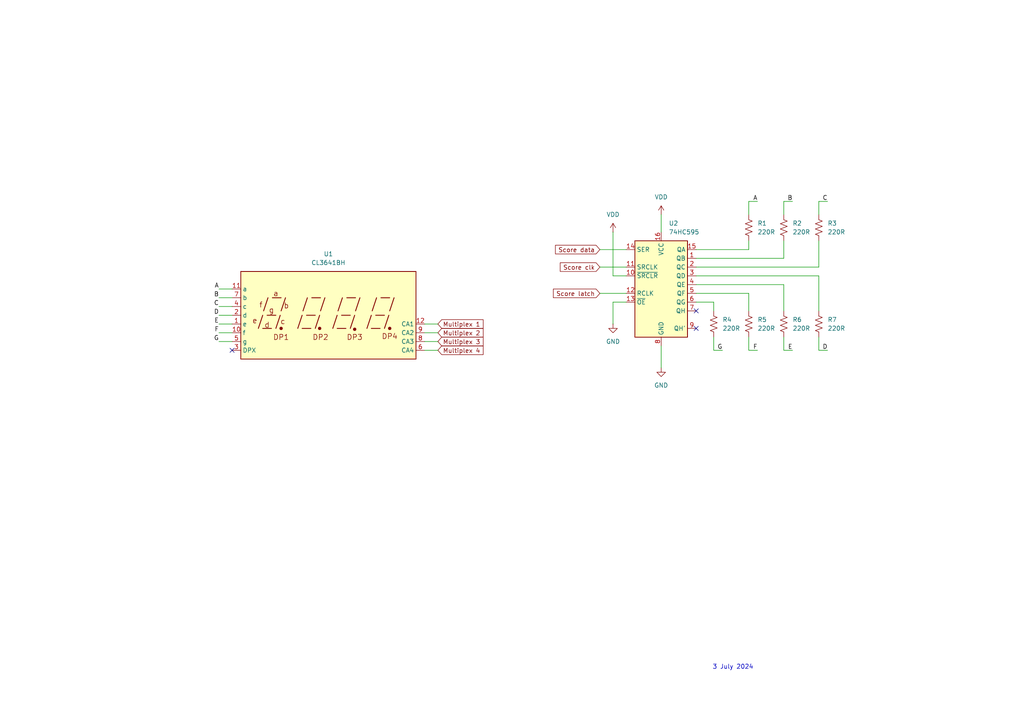
<source format=kicad_sch>
(kicad_sch (version 20231120) (generator "eeschema") (generator_version "8.0")
  (paper "A4")
  (lib_symbols
    (symbol "74xx:74HC595"
      (property "Reference" "U" (at -7.62 13.97 0))
      (property "Value" "74HC595" (at -7.62 -16.51 0))
      (symbol "74HC595_1_0"
        (pin tri_state line (at 10.16 7.62 180) (length 2.54) (name "QB") (number "1"))
        (pin input line (at -10.16 2.54 0) (length 2.54) (name "~{SRCLR}") (number "10"))
        (pin input line (at -10.16 5.08 0) (length 2.54) (name "SRCLK") (number "11"))
        (pin input line (at -10.16 -2.54 0) (length 2.54) (name "RCLK") (number "12"))
        (pin input line (at -10.16 -5.08 0) (length 2.54) (name "~{OE}") (number "13"))
        (pin input line (at -10.16 10.16 0) (length 2.54) (name "SER") (number "14"))
        (pin tri_state line (at 10.16 10.16 180) (length 2.54) (name "QA") (number "15"))
        (pin power_in line (at 0 15.24 270) (length 2.54) (name "VCC") (number "16"))
        (pin tri_state line (at 10.16 5.08 180) (length 2.54) (name "QC") (number "2"))
        (pin tri_state line (at 10.16 2.54 180) (length 2.54) (name "QD") (number "3"))
        (pin tri_state line (at 10.16 0 180) (length 2.54) (name "QE") (number "4"))
        (pin tri_state line (at 10.16 -2.54 180) (length 2.54) (name "QF") (number "5"))
        (pin tri_state line (at 10.16 -5.08 180) (length 2.54) (name "QG") (number "6"))
        (pin tri_state line (at 10.16 -7.62 180) (length 2.54) (name "QH") (number "7"))
        (pin power_in line (at 0 -17.78 90) (length 2.54) (name "GND") (number "8"))
        (pin output line (at 10.16 -12.7 180) (length 2.54) (name "QH'") (number "9"))
      )
      (symbol "74HC595_1_1"
        (rectangle (start -7.62 12.7) (end 7.62 -15.24) (stroke (width 0.254)) (fill (type background)))
      )
    )
    (symbol "Device:R_US" (pin_numbers hide) (pin_names (offset 0))
      (property "Reference" "R" (at 2.54 0 90))
      (property "Value" "R_US" (at -2.54 0 90))
      (symbol "R_US_0_1"
        (polyline (pts (xy 0 -2.286) (xy 0 -2.54)))
        (polyline (pts (xy 0 2.286) (xy 0 2.54)))
        (polyline (pts (xy 0 -0.762) (xy 1.016 -1.143) (xy 0 -1.524) (xy -1.016 -1.905) (xy 0 -2.286)))
        (polyline (pts (xy 0 0.762) (xy 1.016 0.381) (xy 0 0) (xy -1.016 -0.381) (xy 0 -0.762)))
        (polyline (pts (xy 0 2.286) (xy 1.016 1.905) (xy 0 1.524) (xy -1.016 1.143) (xy 0 0.762)))
      )
      (symbol "R_US_1_1"
        (pin passive line (at 0 3.81 270) (length 1.27) (name "~") (number "1"))
        (pin passive line (at 0 -3.81 90) (length 1.27) (name "~") (number "2"))
      )
    )
    (symbol "Display_Character:CA56-12EWA"
      (property "Reference" "U" (at -24.13 13.97 0))
      (property "Value" "CA56-12EWA" (at 19.05 13.97 0))
      (symbol "CA56-12EWA_0_0"
        (rectangle (start -25.4 12.7) (end 25.4 -12.7) (stroke (width 0.254)) (fill (type background)))
        (polyline (pts (xy -20.32 -3.81) (xy -19.05 0)) (stroke (width 0.254)))
        (polyline (pts (xy -19.05 -3.81) (xy -16.51 -3.81)) (stroke (width 0.254)))
        (polyline (pts (xy -18.796 1.27) (xy -17.526 5.08)) (stroke (width 0.254)))
        (polyline (pts (xy -17.78 0) (xy -15.24 0)) (stroke (width 0.254)))
        (polyline (pts (xy -16.256 5.08) (xy -13.716 5.08)) (stroke (width 0.254)))
        (polyline (pts (xy -15.24 -3.81) (xy -13.97 0)) (stroke (width 0.254)))
        (polyline (pts (xy -13.716 1.27) (xy -12.446 5.08)) (stroke (width 0.254)))
        (polyline (pts (xy -8.89 -3.81) (xy -7.62 0)) (stroke (width 0.254)))
        (polyline (pts (xy -7.62 -3.81) (xy -5.08 -3.81)) (stroke (width 0.254)))
        (polyline (pts (xy -7.366 1.27) (xy -6.096 5.08)) (stroke (width 0.254)))
        (polyline (pts (xy -6.35 0) (xy -3.81 0)) (stroke (width 0.254)))
        (polyline (pts (xy -4.826 5.08) (xy -2.286 5.08)) (stroke (width 0.254)))
        (polyline (pts (xy -3.81 -3.81) (xy -2.54 0)) (stroke (width 0.254)))
        (polyline (pts (xy -2.286 1.27) (xy -1.016 5.08)) (stroke (width 0.254)))
        (polyline (pts (xy 1.27 -3.81) (xy 2.54 0)) (stroke (width 0.254)))
        (polyline (pts (xy 2.54 -3.81) (xy 5.08 -3.81)) (stroke (width 0.254)))
        (polyline (pts (xy 2.794 1.27) (xy 4.064 5.08)) (stroke (width 0.254)))
        (polyline (pts (xy 3.81 0) (xy 6.35 0)) (stroke (width 0.254)))
        (polyline (pts (xy 5.334 5.08) (xy 7.874 5.08)) (stroke (width 0.254)))
        (polyline (pts (xy 6.35 -3.81) (xy 7.62 0)) (stroke (width 0.254)))
        (polyline (pts (xy 7.874 1.27) (xy 9.144 5.08)) (stroke (width 0.254)))
        (polyline (pts (xy 11.176 -3.81) (xy 12.446 0)) (stroke (width 0.254)))
        (polyline (pts (xy 12.446 -3.81) (xy 14.986 -3.81)) (stroke (width 0.254)))
        (polyline (pts (xy 12.7 1.27) (xy 13.97 5.08)) (stroke (width 0.254)))
        (polyline (pts (xy 13.716 0) (xy 16.256 0)) (stroke (width 0.254)))
        (polyline (pts (xy 15.24 5.08) (xy 17.78 5.08)) (stroke (width 0.254)))
        (polyline (pts (xy 16.256 -3.81) (xy 17.526 0)) (stroke (width 0.254)))
        (polyline (pts (xy 17.78 1.27) (xy 19.05 5.08)) (stroke (width 0.254)))
        (text "a" (at -15.24 6.35 0) (effects (font (size 1.524 1.524))))
        (text "b" (at -12.192 2.794 0) (effects (font (size 1.524 1.524))))
        (text "c" (at -13.208 -1.778 0) (effects (font (size 1.524 1.524))))
        (text "d" (at -17.78 -2.794 0) (effects (font (size 1.524 1.524))))
        (text "DP1" (at -13.716 -6.35 0) (effects (font (size 1.524 1.524))))
        (text "DP2" (at -2.286 -6.35 0) (effects (font (size 1.524 1.524))))
        (text "DP3" (at 7.62 -6.35 0) (effects (font (size 1.524 1.524))))
        (text "DP4" (at 17.78 -6.096 0) (effects (font (size 1.524 1.524))))
        (text "e" (at -21.336 -1.524 0) (effects (font (size 1.524 1.524))))
        (text "f" (at -19.558 3.048 0) (effects (font (size 1.524 1.524))))
        (text "g" (at -16.51 1.524 0) (effects (font (size 1.524 1.524))))
      )
      (symbol "CA56-12EWA_0_1"
        (circle (center -13.716 -3.81) (radius 0.3556) (stroke (width 0.254)) (fill (type outline)))
        (circle (center -2.54 -3.81) (radius 0.3556) (stroke (width 0.254)) (fill (type outline)))
      )
      (symbol "CA56-12EWA_1_0"
        (circle (center 7.62 -4.064) (radius 0.3556) (stroke (width 0.254)) (fill (type outline)))
        (circle (center 17.78 -3.81) (radius 0.3556) (stroke (width 0.254)) (fill (type outline)))
      )
      (symbol "CA56-12EWA_1_1"
        (pin input line (at -27.94 -2.54 0) (length 2.54) (name "e") (number "1"))
        (pin input line (at -27.94 -5.08 0) (length 2.54) (name "f") (number "10"))
        (pin input line (at -27.94 7.62 0) (length 2.54) (name "a") (number "11"))
        (pin input line (at 27.94 -2.54 180) (length 2.54) (name "CA1") (number "12"))
        (pin input line (at -27.94 0 0) (length 2.54) (name "d") (number "2"))
        (pin input line (at -27.94 -10.16 0) (length 2.54) (name "DPX") (number "3"))
        (pin input line (at -27.94 2.54 0) (length 2.54) (name "c") (number "4"))
        (pin input line (at -27.94 -7.62 0) (length 2.54) (name "g") (number "5"))
        (pin input line (at 27.94 -10.16 180) (length 2.54) (name "CA4") (number "6"))
        (pin input line (at -27.94 5.08 0) (length 2.54) (name "b") (number "7"))
        (pin input line (at 27.94 -7.62 180) (length 2.54) (name "CA3") (number "8"))
        (pin input line (at 27.94 -5.08 180) (length 2.54) (name "CA2") (number "9"))
      )
    )
    (symbol "power:GND" (power) (pin_numbers hide) (pin_names (offset 0) hide)
      (property "Value" "GND" (at 0 -3.81 0))
      (symbol "GND_0_1"
        (polyline (pts (xy 0 0) (xy 0 -1.27) (xy 1.27 -1.27) (xy 0 -2.54) (xy -1.27 -1.27) (xy 0 -1.27)))
      )
      (symbol "GND_1_1"
        (pin power_in line (at 0 0 270) (length 0) (name "~") (number "1"))
      )
    )
    (symbol "power:VDD" (power) (pin_numbers hide) (pin_names (offset 0) hide)
      (property "Value" "VDD" (at 0 3.556 0))
      (symbol "VDD_0_1"
        (polyline (pts (xy -0.762 1.27) (xy 0 2.54)))
        (polyline (pts (xy 0 0) (xy 0 2.54)))
        (polyline (pts (xy 0 2.54) (xy 0.762 1.27)))
      )
      (symbol "VDD_1_1"
        (pin power_in line (at 0 0 90) (length 0) (name "~") (number "1"))
      )
    )
  )
  (no_connect (at 201.93 95.25))
  (no_connect (at 201.93 90.17))
  (no_connect (at 67.31 101.6))
  (wire (pts (xy 181.61 80.01) (xy 177.8 80.01)))
  (wire (pts (xy 63.5 86.36) (xy 67.31 86.36)))
  (wire (pts (xy 227.33 97.79) (xy 227.33 101.6)))
  (wire (pts (xy 237.49 58.42) (xy 240.03 58.42)))
  (wire (pts (xy 227.33 90.17) (xy 227.33 82.55)))
  (wire (pts (xy 227.33 82.55) (xy 201.93 82.55)))
  (wire (pts (xy 123.19 96.52) (xy 127 96.52)))
  (wire (pts (xy 217.17 101.6) (xy 219.71 101.6)))
  (wire (pts (xy 201.93 72.39) (xy 217.17 72.39)))
  (wire (pts (xy 207.01 87.63) (xy 207.01 90.17)))
  (wire (pts (xy 63.5 91.44) (xy 67.31 91.44)))
  (wire (pts (xy 217.17 58.42) (xy 219.71 58.42)))
  (wire (pts (xy 217.17 62.23) (xy 217.17 58.42)))
  (wire (pts (xy 237.49 101.6) (xy 240.03 101.6)))
  (wire (pts (xy 201.93 80.01) (xy 237.49 80.01)))
  (wire (pts (xy 217.17 85.09) (xy 201.93 85.09)))
  (wire (pts (xy 181.61 87.63) (xy 177.8 87.63)))
  (wire (pts (xy 237.49 62.23) (xy 237.49 58.42)))
  (wire (pts (xy 123.19 93.98) (xy 127 93.98)))
  (wire (pts (xy 217.17 72.39) (xy 217.17 69.85)))
  (wire (pts (xy 227.33 58.42) (xy 229.87 58.42)))
  (wire (pts (xy 227.33 74.93) (xy 201.93 74.93)))
  (wire (pts (xy 177.8 80.01) (xy 177.8 67.31)))
  (wire (pts (xy 217.17 97.79) (xy 217.17 101.6)))
  (wire (pts (xy 191.77 62.23) (xy 191.77 67.31)))
  (wire (pts (xy 123.19 99.06) (xy 127 99.06)))
  (wire (pts (xy 207.01 101.6) (xy 209.55 101.6)))
  (wire (pts (xy 217.17 90.17) (xy 217.17 85.09)))
  (wire (pts (xy 227.33 101.6) (xy 229.87 101.6)))
  (wire (pts (xy 123.19 101.6) (xy 127 101.6)))
  (wire (pts (xy 237.49 77.47) (xy 237.49 69.85)))
  (wire (pts (xy 201.93 77.47) (xy 237.49 77.47)))
  (wire (pts (xy 207.01 97.79) (xy 207.01 101.6)))
  (wire (pts (xy 63.5 99.06) (xy 67.31 99.06)))
  (wire (pts (xy 191.77 100.33) (xy 191.77 106.68)))
  (wire (pts (xy 173.99 85.09) (xy 181.61 85.09)))
  (wire (pts (xy 237.49 80.01) (xy 237.49 90.17)))
  (wire (pts (xy 63.5 88.9) (xy 67.31 88.9)))
  (wire (pts (xy 173.99 77.47) (xy 181.61 77.47)))
  (wire (pts (xy 173.99 72.39) (xy 181.61 72.39)))
  (wire (pts (xy 237.49 97.79) (xy 237.49 101.6)))
  (wire (pts (xy 227.33 69.85) (xy 227.33 74.93)))
  (wire (pts (xy 227.33 62.23) (xy 227.33 58.42)))
  (wire (pts (xy 177.8 87.63) (xy 177.8 93.98)))
  (wire (pts (xy 201.93 87.63) (xy 207.01 87.63)))
  (wire (pts (xy 63.5 83.82) (xy 67.31 83.82)))
  (wire (pts (xy 63.5 93.98) (xy 67.31 93.98)))
  (wire (pts (xy 63.5 96.52) (xy 67.31 96.52)))
  (text "3 July 2024\n" (at 212.598 193.548 0) (effects (font (size 1.27 1.27))))
  (label "C" (at 63.5 88.9 180))
  (label "E" (at 229.87 101.6 180))
  (label "B" (at 229.87 58.42 180))
  (label "G" (at 63.5 99.06 180))
  (label "G" (at 209.55 101.6 180))
  (label "B" (at 63.5 86.36 180))
  (label "A" (at 63.5 83.82 180))
  (label "E" (at 63.5 93.98 180))
  (label "A" (at 219.71 58.42 180))
  (label "C" (at 240.03 58.42 180))
  (label "F" (at 63.5 96.52 180))
  (label "D" (at 63.5 91.44 180))
  (label "F" (at 219.71 101.6 180))
  (label "D" (at 240.03 101.6 180))
  (global_label "Multiplex 4" (shape input) (at 127 101.6 0) (property "Intersheetrefs" "${INTERSHEET_REFS}" (effects (hide yes))))
  (global_label "Multiplex 3" (shape input) (at 127 99.06 0) (property "Intersheetrefs" "${INTERSHEET_REFS}" (effects (hide yes))))
  (global_label "Score clk" (shape input) (at 173.99 77.47 180) (property "Intersheetrefs" "${INTERSHEET_REFS}" (effects (hide yes))))
  (global_label "Score data" (shape input) (at 173.99 72.39 180) (property "Intersheetrefs" "${INTERSHEET_REFS}" (effects (hide yes))))
  (global_label "Multiplex 2" (shape input) (at 127 96.52 0) (property "Intersheetrefs" "${INTERSHEET_REFS}" (effects (hide yes))))
  (global_label "Score latch" (shape input) (at 173.99 85.09 180) (property "Intersheetrefs" "${INTERSHEET_REFS}" (effects (hide yes))))
  (global_label "Multiplex 1" (shape input) (at 127 93.98 0) (property "Intersheetrefs" "${INTERSHEET_REFS}" (effects (hide yes))))
  (symbol (lib_id "Device:R_US") (at 237.49 66.04 180) (unit 1)
    (property "Reference" "R3" (at 240.03 64.7699 0) (effects (justify right)))
    (property "Value" "220R" (at 240.03 67.3099 0) (effects (justify right)))
    (property "Footprint" "Resistor_SMD:R_0805_2012Metric_Pad1.20x1.40mm_HandSolder" (effects (hide yes)))
    (property "Description" "Resistor, US symbol" (effects (hide yes)))
  )
  (symbol (lib_id "Device:R_US") (at 217.17 66.04 180) (unit 1)
    (property "Reference" "R1" (at 219.71 64.7699 0) (effects (justify right)))
    (property "Value" "220R" (at 219.71 67.3099 0) (effects (justify right)))
    (property "Footprint" "Resistor_SMD:R_0805_2012Metric_Pad1.20x1.40mm_HandSolder" (effects (hide yes)))
    (property "Description" "Resistor, US symbol" (effects (hide yes)))
  )
  (symbol (lib_id "power:VDD") (at 177.8 67.31 0) (unit 1)
    (property "Reference" "#PWR032" (effects (hide yes)))
    (property "Value" "VDD" (at 177.8 62.23 0))
    (property "Description" "Power symbol creates a global label with name \"VDD\"" (effects (hide yes)))
  )
  (symbol (lib_id "Device:R_US") (at 237.49 93.98 180) (unit 1)
    (property "Reference" "R7" (at 240.03 92.7099 0) (effects (justify right)))
    (property "Value" "220R" (at 240.03 95.2499 0) (effects (justify right)))
    (property "Footprint" "Resistor_SMD:R_0805_2012Metric_Pad1.20x1.40mm_HandSolder" (effects (hide yes)))
    (property "Description" "Resistor, US symbol" (effects (hide yes)))
  )
  (symbol (lib_id "power:GND") (at 177.8 93.98 0) (unit 1)
    (property "Reference" "#PWR03" (effects (hide yes)))
    (property "Value" "GND" (at 177.8 99.06 0))
    (property "Description" "Power symbol creates a global label with name \"GND\" , ground" (effects (hide yes)))
  )
  (symbol (lib_id "Device:R_US") (at 217.17 93.98 180) (unit 1)
    (property "Reference" "R5" (at 219.71 92.7099 0) (effects (justify right)))
    (property "Value" "220R" (at 219.71 95.2499 0) (effects (justify right)))
    (property "Footprint" "Resistor_SMD:R_0805_2012Metric_Pad1.20x1.40mm_HandSolder" (effects (hide yes)))
    (property "Description" "Resistor, US symbol" (effects (hide yes)))
  )
  (symbol (lib_id "Device:R_US") (at 207.01 93.98 180) (unit 1)
    (property "Reference" "R4" (at 209.55 92.7099 0) (effects (justify right)))
    (property "Value" "220R" (at 209.55 95.2499 0) (effects (justify right)))
    (property "Footprint" "Resistor_SMD:R_0805_2012Metric_Pad1.20x1.40mm_HandSolder" (effects (hide yes)))
    (property "Description" "Resistor, US symbol" (effects (hide yes)))
  )
  (symbol (lib_id "Display_Character:CA56-12EWA") (at 95.25 91.44 0) (unit 1)
    (property "Reference" "U1" (at 95.25 73.66 0))
    (property "Value" "CL3641BH" (at 95.25 76.2 0))
    (property "Footprint" "2048_footprints:CL3641BH" (effects (hide yes)))
    (property "Description" "4 digit 7 segment high efficiency red LED, common anode" (effects (hide yes)))
  )
  (symbol (lib_id "power:GND") (at 191.77 106.68 0) (unit 1)
    (property "Reference" "#PWR04" (effects (hide yes)))
    (property "Value" "GND" (at 191.77 111.76 0))
    (property "Description" "Power symbol creates a global label with name \"GND\" , ground" (effects (hide yes)))
  )
  (symbol (lib_id "power:VDD") (at 191.77 62.23 0) (unit 1)
    (property "Reference" "#PWR031" (effects (hide yes)))
    (property "Value" "VDD" (at 191.77 57.15 0))
    (property "Description" "Power symbol creates a global label with name \"VDD\"" (effects (hide yes)))
  )
  (symbol (lib_id "74xx:74HC595") (at 191.77 82.55 0) (unit 1)
    (property "Reference" "U2" (at 193.9641 64.77 0) (effects (justify left)))
    (property "Value" "74HC595" (at 193.9641 67.31 0) (effects (justify left)))
    (property "Footprint" "Package_SO:SOP-16_3.9x9.9mm_P1.27mm" (effects (hide yes)))
    (property "Datasheet" "https://www.ti.com/lit/ds/symlink/sn74hc595.pdf" (effects (hide yes)))
    (property "Description" "8-bit serial in/out Shift Register 3-State Outputs" (effects (hide yes)))
  )
  (symbol (lib_id "Device:R_US") (at 227.33 66.04 180) (unit 1)
    (property "Reference" "R2" (at 229.87 64.7699 0) (effects (justify right)))
    (property "Value" "220R" (at 229.87 67.3099 0) (effects (justify right)))
    (property "Footprint" "Resistor_SMD:R_0805_2012Metric_Pad1.20x1.40mm_HandSolder" (effects (hide yes)))
    (property "Description" "Resistor, US symbol" (effects (hide yes)))
  )
  (symbol (lib_id "Device:R_US") (at 227.33 93.98 180) (unit 1)
    (property "Reference" "R6" (at 229.87 92.7099 0) (effects (justify right)))
    (property "Value" "220R" (at 229.87 95.2499 0) (effects (justify right)))
    (property "Footprint" "Resistor_SMD:R_0805_2012Metric_Pad1.20x1.40mm_HandSolder" (effects (hide yes)))
    (property "Description" "Resistor, US symbol" (effects (hide yes)))
  )
)
</source>
